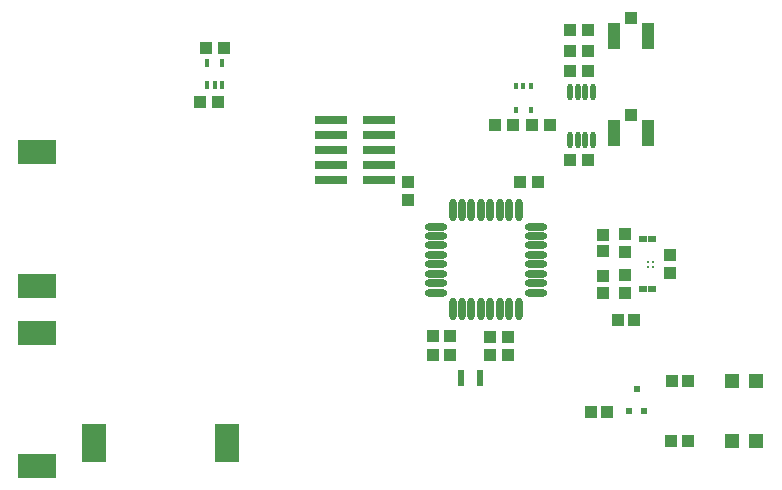
<source format=gtp>
G04*
G04 #@! TF.GenerationSoftware,Altium Limited,Altium Designer,21.7.2 (23)*
G04*
G04 Layer_Color=8421504*
%FSLAX25Y25*%
%MOIN*%
G70*
G04*
G04 #@! TF.SameCoordinates,CEDA9658-653E-4C37-85A5-3546ED317D05*
G04*
G04*
G04 #@! TF.FilePolarity,Positive*
G04*
G01*
G75*
%ADD16R,0.03937X0.04134*%
%ADD17C,0.00945*%
%ADD18O,0.02362X0.07677*%
%ADD19O,0.07677X0.02362*%
%ADD20R,0.02756X0.01968*%
%ADD21R,0.12520X0.07992*%
%ADD22R,0.07992X0.12520*%
%ADD23R,0.04134X0.03937*%
%ADD24R,0.10984X0.02913*%
%ADD25R,0.01575X0.01968*%
%ADD26R,0.04331X0.03937*%
%ADD27R,0.03937X0.04331*%
%ADD28R,0.01850X0.02362*%
%ADD29R,0.04724X0.04724*%
%ADD30R,0.04134X0.08661*%
%ADD31R,0.01575X0.02559*%
%ADD32O,0.01772X0.05512*%
%ADD33R,0.02362X0.05709*%
D16*
X220800Y88747D02*
D03*
Y94653D02*
D03*
Y80953D02*
D03*
Y75047D02*
D03*
X235890Y87644D02*
D03*
Y81739D02*
D03*
X222835Y134351D02*
D03*
X222835Y166738D02*
D03*
X148369Y111936D02*
D03*
Y106031D02*
D03*
D17*
X230349Y83855D02*
D03*
Y85528D02*
D03*
X228676Y83855D02*
D03*
Y85528D02*
D03*
D18*
X163386Y69587D02*
D03*
X166535D02*
D03*
X169685D02*
D03*
X172835D02*
D03*
X175984D02*
D03*
X179134D02*
D03*
X182283D02*
D03*
X185433D02*
D03*
Y102854D02*
D03*
X182283D02*
D03*
X179134D02*
D03*
X175984D02*
D03*
X172835D02*
D03*
X169685D02*
D03*
X166535D02*
D03*
X163386D02*
D03*
D19*
X191043Y75197D02*
D03*
Y78347D02*
D03*
Y81496D02*
D03*
Y84646D02*
D03*
Y87795D02*
D03*
Y90945D02*
D03*
Y94095D02*
D03*
Y97244D02*
D03*
X157776D02*
D03*
Y94095D02*
D03*
Y90945D02*
D03*
Y87795D02*
D03*
Y84646D02*
D03*
Y81496D02*
D03*
Y78347D02*
D03*
Y75197D02*
D03*
D20*
X226785Y93038D02*
D03*
X229934D02*
D03*
X226772Y76378D02*
D03*
X229921D02*
D03*
D21*
X24994Y122003D02*
D03*
Y77397D02*
D03*
Y61903D02*
D03*
Y17297D02*
D03*
D22*
X43697Y24994D02*
D03*
X88303D02*
D03*
D23*
X87028Y156870D02*
D03*
X81122D02*
D03*
X208465Y155905D02*
D03*
X202559D02*
D03*
X208465Y162598D02*
D03*
X202559D02*
D03*
X208465Y149213D02*
D03*
X202559D02*
D03*
X208465Y119291D02*
D03*
X202559D02*
D03*
X189961Y131102D02*
D03*
X195866D02*
D03*
X79350Y138823D02*
D03*
X85256D02*
D03*
X175787Y60532D02*
D03*
X181693D02*
D03*
X175787Y54331D02*
D03*
X181693D02*
D03*
X185827Y112205D02*
D03*
X191732D02*
D03*
X162598Y60630D02*
D03*
X156693D02*
D03*
X162598Y54331D02*
D03*
X156693D02*
D03*
X183465Y131102D02*
D03*
X177559D02*
D03*
D24*
X122697Y132835D02*
D03*
Y127835D02*
D03*
Y122835D02*
D03*
Y117835D02*
D03*
Y112835D02*
D03*
X138720D02*
D03*
Y117835D02*
D03*
Y122835D02*
D03*
Y127835D02*
D03*
Y132835D02*
D03*
D25*
X189567Y136122D02*
D03*
X184449D02*
D03*
Y144193D02*
D03*
X187008D02*
D03*
X189567D02*
D03*
D26*
X213500Y80756D02*
D03*
Y75244D02*
D03*
Y88944D02*
D03*
Y94456D02*
D03*
D27*
X224016Y66142D02*
D03*
X218504D02*
D03*
X209488Y35500D02*
D03*
X215000D02*
D03*
X236494Y45750D02*
D03*
X242006D02*
D03*
X236244Y25750D02*
D03*
X241756D02*
D03*
D28*
X222240Y35686D02*
D03*
X227358D02*
D03*
X224799Y43166D02*
D03*
D29*
X264634Y45750D02*
D03*
X256366D02*
D03*
X264634Y25750D02*
D03*
X256366D02*
D03*
D30*
X228642Y128347D02*
D03*
X217028D02*
D03*
X217027Y160734D02*
D03*
X228642D02*
D03*
D31*
X81516Y144319D02*
D03*
X84075D02*
D03*
X86634D02*
D03*
Y151799D02*
D03*
X81516D02*
D03*
D32*
X202559Y125984D02*
D03*
X205118D02*
D03*
X207677D02*
D03*
X210236D02*
D03*
X202559Y142126D02*
D03*
X205118D02*
D03*
X207677D02*
D03*
X210236D02*
D03*
D33*
X172441Y46850D02*
D03*
X166142D02*
D03*
M02*

</source>
